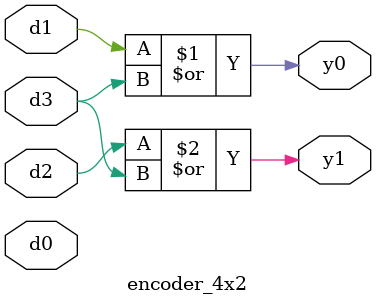
<source format=v>
module encoder_4x2(
    input wire d0, d1, d2, d3,   // 4 input signals
    output wire y0, y1           // 2 output signals
);

// Intermediate wires for the logic gates
wire not_d0, not_d1, not_d2, not_d3;
wire w1, w2, w3, w4;

// Create not gates for each input
not (not_d0, d0);
not (not_d1, d1);
not (not_d2, d2);
not (not_d3, d3);

// For y0: y0 = d1 | d3
or (y0, d1, d3);

// For y1: y1 = d2 | d3
or (y1, d2, d3);

endmodule

</source>
